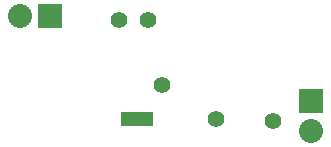
<source format=gbs>
G04 #@! TF.FileFunction,Soldermask,Bot*
%FSLAX46Y46*%
G04 Gerber Fmt 4.6, Leading zero omitted, Abs format (unit mm)*
G04 Created by KiCad (PCBNEW (2015-01-29 BZR 5396)-product) date 8/16/2015 12:30:24 AM*
%MOMM*%
G01*
G04 APERTURE LIST*
%ADD10C,0.100000*%
%ADD11R,2.032000X2.032000*%
%ADD12O,2.032000X2.032000*%
%ADD13C,1.397000*%
%ADD14R,2.750000X1.200000*%
%ADD15C,0.500000*%
G04 APERTURE END LIST*
D10*
D11*
X152590000Y-108200000D03*
D12*
X150050000Y-108200000D03*
D13*
X158460000Y-108570000D03*
X166690000Y-116960000D03*
X160910000Y-108550000D03*
X162110000Y-114080000D03*
X171440000Y-117140000D03*
D11*
X174690000Y-115480000D03*
D12*
X174690000Y-118020000D03*
D14*
X159955000Y-116990000D03*
D15*
X158890000Y-116700000D03*
X158890000Y-117290000D03*
X159580000Y-116990000D03*
X160360000Y-116690000D03*
X160370000Y-117300000D03*
M02*

</source>
